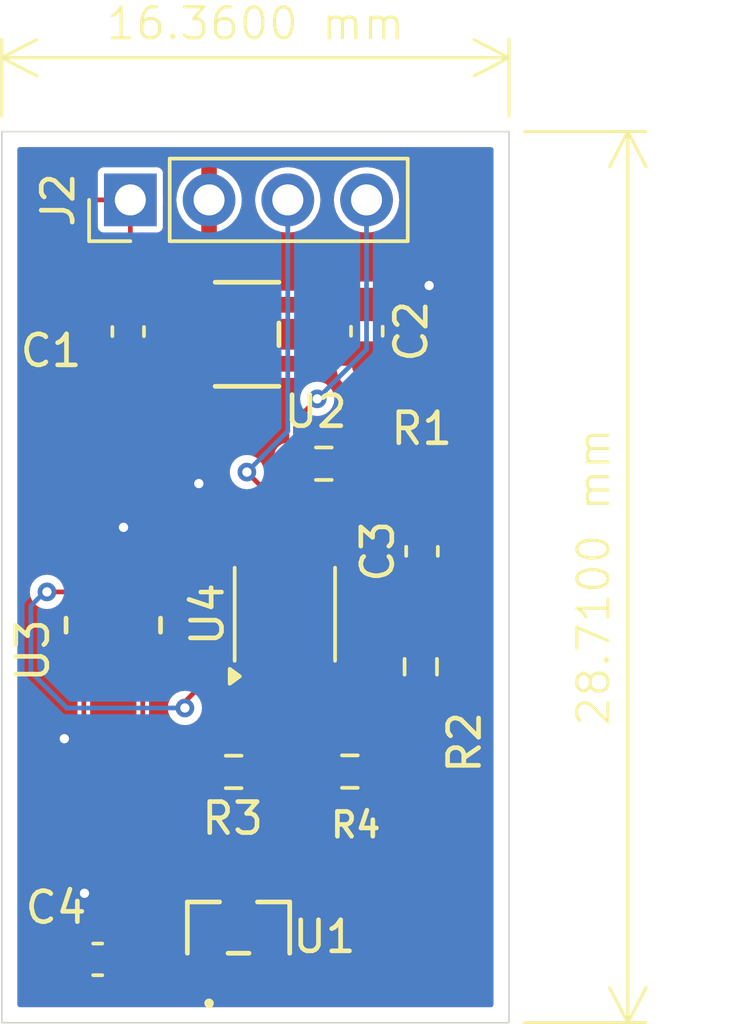
<source format=kicad_pcb>
(kicad_pcb (version 20240108) (generator "pcbnew") (generator_version "8.0")
  (layers (0 "F.Cu" signal) (31 "B.Cu" signal) (34 "B.Paste" user) (35 "F.Paste" user) (36 "B.SilkS" user "B.Silkscreen") (37 "F.SilkS" user "F.Silkscreen") (38 "B.Mask" user) (39 "F.Mask" user) (44 "Edge.Cuts" user))
  (net 0 "")
  (net 1 "GND")
  (net 2 "VDD_3.3V")
  (net 3 "Net-(U4A--)")
  (net 4 "SQ_Pulse")
  (net 5 "Net-(U4A-+)")
  (net 6 "TEMP_OUT")
  (net 8 "Net-(U3-A)")
  (net 9 "VCC")
  (net 10 "LED1")
  (net 11 "LED2")
  (footprint "SN74LVC1G3157DBVR:DBV6" (layer "F.Cu") (at 173.539999 77.3624 90)
    (property "Reference" "U3" (at -0.814998 -2.600001 90) (layer "F.SilkS"))
    (property "Value" "SN74LVC1G3157DCKR")
    (fp_line (start 0.226316 -1.524) (end -0.226316 -1.524) (stroke (width 0.1524)) (layer "F.SilkS"))
    (fp_line (start -0.226316 1.524) (end 0.226316 1.524) (stroke (width 0.1524)) (layer "F.SilkS"))
    (pad "1" smd rect (at -1.1176 -0.950001 90) (size 1.4732 0.5588) (layers "F.Cu" "F.Paste" "F.Mask") (net 2 "VDD_3.3V"))
    (pad "2" smd rect (at -1.1176 0 90) (size 1.4732 0.5588) (layers "F.Cu" "F.Paste" "F.Mask") (net 1 "GND"))
    (pad "3" smd rect (at -1.1176 0.950001 90) (size 1.4732 0.5588) (layers "F.Cu" "F.Paste" "F.Mask") (net 6 "TEMP_OUT"))
    (pad "4" smd rect (at 1.1176 0.950001 90) (size 1.4732 0.5588) (layers "F.Cu" "F.Paste" "F.Mask") (net 8 "Net-(U3-A)"))
    (pad "5" smd rect (at 1.1176 0 90) (size 1.4732 0.5588) (layers "F.Cu" "F.Paste" "F.Mask") (net 2 "VDD_3.3V"))
    (pad "6" smd rect (at 1.1176 -0.950001 90) (size 1.4732 0.5588) (layers "F.Cu" "F.Paste" "F.Mask") (net 4 "SQ_Pulse"))
  )
  (footprint "Capacitor_SMD:C_0603_1608Metric_Pad1.08x0.95mm_HandSolder" (layer "F.Cu") (at 174.02 67.902501 -90)
    (property "Reference" "C1" (at 0.617499 2.49 180) (layer "F.SilkS"))
    (property "Value" "C")
    (fp_line (start -0.146267 0.51) (end 0.146267 0.51) (stroke (width 0.12)) (layer "F.SilkS"))
    (fp_line (start -0.146267 -0.51) (end 0.146267 -0.51) (stroke (width 0.12)) (layer "F.SilkS"))
    (pad "1" smd roundrect (at -0.8625 0 270) (size 1.075 0.95) (layers "F.Cu" "F.Paste" "F.Mask") (net 9 "VCC"))
    (pad "2" smd roundrect (at 0.8625 0 270) (size 1.075 0.95) (layers "F.Cu" "F.Paste" "F.Mask") (net 1 "GND"))
  )
  (footprint "Resistor_SMD:R_0603_1608Metric_Pad0.98x0.95mm_HandSolder" (layer "F.Cu") (at 183.46 78.7025 -90)
    (property "Reference" "R2" (at 2.4375 -1.41 90) (layer "F.SilkS"))
    (property "Value" "R")
    (fp_line (start -0.254724 0.5225) (end 0.254724 0.5225) (stroke (width 0.12)) (layer "F.SilkS"))
    (fp_line (start -0.254724 -0.5225) (end 0.254724 -0.5225) (stroke (width 0.12)) (layer "F.SilkS"))
    (pad "1" smd roundrect (at -0.9125 0 270) (size 0.975 0.95) (layers "F.Cu" "F.Paste" "F.Mask") (net 3 "Net-(U4A--)"))
    (pad "2" smd roundrect (at 0.9125 0 270) (size 0.975 0.95) (layers "F.Cu" "F.Paste" "F.Mask") (net 4 "SQ_Pulse"))
  )
  (footprint "Connector_PinHeader_2.54mm:PinHeader_1x04_P2.54mm_Vertical" (layer "F.Cu") (at 174.09 63.66 90)
    (property "Reference" "J2" (at 0 -2.33 -90) (layer "F.SilkS"))
    (property "Value" "Conn_01x04_Pin")
    (fp_line (start -1.33 -1.33) (end 0 -1.33) (stroke (width 0.12)) (layer "F.SilkS"))
    (fp_line (start -1.33 0) (end -1.33 -1.33) (stroke (width 0.12)) (layer "F.SilkS"))
    (fp_line (start 1.33 1.27) (end 1.33 8.95) (stroke (width 0.12)) (layer "F.SilkS"))
    (fp_line (start -1.33 1.27) (end 1.33 1.27) (stroke (width 0.12)) (layer "F.SilkS"))
    (fp_line (start -1.33 1.27) (end -1.33 8.95) (stroke (width 0.12)) (layer "F.SilkS"))
    (fp_line (start -1.33 8.95) (end 1.33 8.95) (stroke (width 0.12)) (layer "F.SilkS"))
    (pad "1" thru_hole rect (at 0 0 90) (size 1.7 1.7) (drill 1) (layers "*.Cu" "*.Mask") (net 9 "VCC"))
    (pad "2" thru_hole oval (at 0 2.54 90) (size 1.7 1.7) (drill 1) (layers "*.Cu" "*.Mask") (net 1 "GND"))
    (pad "3" thru_hole oval (at 0 5.08 90) (size 1.7 1.7) (drill 1) (layers "*.Cu" "*.Mask") (net 10 "LED1"))
    (pad "4" thru_hole oval (at 0 7.62 90) (size 1.7 1.7) (drill 1) (layers "*.Cu" "*.Mask") (net 11 "LED2"))
  )
  (footprint "MIC5504:SOT-23-5_MC_MCH" (layer "F.Cu") (at 177.8554 67.990001)
    (property "Reference" "U2" (at 2.2146 2.489999 0) (layer "F.SilkS"))
    (property "Value" "MIC5504-3.3YM5-TR")
    (fp_line (start -1.0287 1.6764) (end 1.0287 1.6764) (stroke (width 0.1524)) (layer "F.SilkS"))
    (fp_line (start 1.0287 -1.6764) (end -1.0287 -1.6764) (stroke (width 0.1524)) (layer "F.SilkS"))
    (fp_line (start 1.0287 0.363261) (end 1.0287 -0.363261) (stroke (width 0.1524)) (layer "F.SilkS"))
    (pad "1" smd rect (at -1.2954 -0.950001) (size 1.3208 0.508) (layers "F.Cu" "F.Paste" "F.Mask") (net 9 "VCC"))
    (pad "2" smd rect (at -1.2954 0) (size 1.3208 0.508) (layers "F.Cu" "F.Paste" "F.Mask") (net 1 "GND"))
    (pad "3" smd rect (at -1.2954 0.950001) (size 1.3208 0.508) (layers "F.Cu" "F.Paste" "F.Mask") (net 9 "VCC"))
    (pad "4" smd rect (at 1.2954 0.950001) (size 1.3208 0.508) (layers "F.Cu" "F.Paste" "F.Mask"))
    (pad "5" smd rect (at 1.2954 -0.950001) (size 1.3208 0.508) (layers "F.Cu" "F.Paste" "F.Mask") (net 2 "VDD_3.3V"))
  )
  (footprint "Resistor_SMD:R_0603_1608Metric_Pad0.98x0.95mm_HandSolder" (layer "F.Cu") (at 177.4225 82.09 180)
    (property "Reference" "R3" (at 0.0325 -1.5 180) (layer "F.SilkS"))
    (property "Value" "R")
    (fp_line (start -0.254724 0.5225) (end 0.254724 0.5225) (stroke (width 0.12)) (layer "F.SilkS"))
    (fp_line (start -0.254724 -0.5225) (end 0.254724 -0.5225) (stroke (width 0.12)) (layer "F.SilkS"))
    (pad "1" smd roundrect (at -0.9125 0 180) (size 0.975 0.95) (layers "F.Cu" "F.Paste" "F.Mask") (net 5 "Net-(U4A-+)"))
    (pad "2" smd roundrect (at 0.9125 0 180) (size 0.975 0.95) (layers "F.Cu" "F.Paste" "F.Mask") (net 4 "SQ_Pulse"))
  )
  (footprint "Resistor_SMD:R_0603_1608Metric_Pad0.98x0.95mm_HandSolder" (layer "F.Cu") (at 181.1725 82.08 180)
    (property "Reference" "R4" (at -0.1875 -1.72 180) (layer "F.SilkS") (effects (font (size 0.8 0.8))))
    (property "Value" "R")
    (fp_line (start -0.254724 0.5225) (end 0.254724 0.5225) (stroke (width 0.12)) (layer "F.SilkS"))
    (fp_line (start -0.254724 -0.5225) (end 0.254724 -0.5225) (stroke (width 0.12)) (layer "F.SilkS"))
    (pad "1" smd roundrect (at -0.9125 0 180) (size 0.975 0.95) (layers "F.Cu" "F.Paste" "F.Mask") (net 1 "GND"))
    (pad "2" smd roundrect (at 0.9125 0 180) (size 0.975 0.95) (layers "F.Cu" "F.Paste" "F.Mask") (net 5 "Net-(U4A-+)"))
  )
  (footprint "Capacitor_SMD:C_0603_1608Metric_Pad1.08x0.95mm_HandSolder" (layer "F.Cu") (at 183.5 74.9825 90)
    (property "Reference" "C3" (at 0 -1.43 -90) (layer "F.SilkS"))
    (property "Value" "C")
    (fp_line (start -0.146267 -0.51) (end 0.146267 -0.51) (stroke (width 0.12)) (layer "F.SilkS"))
    (fp_line (start -0.146267 0.51) (end 0.146267 0.51) (stroke (width 0.12)) (layer "F.SilkS"))
    (pad "1" smd roundrect (at -0.8625 0 90) (size 1.075 0.95) (layers "F.Cu" "F.Paste" "F.Mask") (net 3 "Net-(U4A--)"))
    (pad "2" smd roundrect (at 0.8625 0 90) (size 1.075 0.95) (layers "F.Cu" "F.Paste" "F.Mask") (net 1 "GND"))
  )
  (footprint "Capacitor_SMD:C_0603_1608Metric_Pad1.08x0.95mm_HandSolder" (layer "F.Cu") (at 181.72 67.892501 -90)
    (property "Reference" "C2" (at 0 -1.43 90) (layer "F.SilkS"))
    (property "Value" "C")
    (fp_line (start -0.146267 0.51) (end 0.146267 0.51) (stroke (width 0.12)) (layer "F.SilkS"))
    (fp_line (start -0.146267 -0.51) (end 0.146267 -0.51) (stroke (width 0.12)) (layer "F.SilkS"))
    (pad "1" smd roundrect (at -0.8625 0 270) (size 1.075 0.95) (layers "F.Cu" "F.Paste" "F.Mask") (net 2 "VDD_3.3V"))
    (pad "2" smd roundrect (at 0.8625 0 270) (size 1.075 0.95) (layers "F.Cu" "F.Paste" "F.Mask") (net 1 "GND"))
  )
  (footprint "Capacitor_SMD:C_0603_1608Metric_Pad1.08x0.95mm_HandSolder" (layer "F.Cu") (at 173.0375 88.13 180)
    (property "Reference" "C4" (at 1.3475 1.67 180) (layer "F.SilkS"))
    (property "Value" "C")
    (fp_line (start -0.146267 0.51) (end 0.146267 0.51) (stroke (width 0.12)) (layer "F.SilkS"))
    (fp_line (start -0.146267 -0.51) (end 0.146267 -0.51) (stroke (width 0.12)) (layer "F.SilkS"))
    (pad "1" smd roundrect (at -0.8625 0 180) (size 1.075 0.95) (layers "F.Cu" "F.Paste" "F.Mask") (net 2 "VDD_3.3V"))
    (pad "2" smd roundrect (at 0.8625 0 180) (size 1.075 0.95) (layers "F.Cu" "F.Paste" "F.Mask") (net 1 "GND"))
  )
  (footprint "TMP235:SOT-23_DBZ_TEX" (layer "F.Cu") (at 177.58 87.106)
    (property "Reference" "U1" (at 2.77 0.294 0) (layer "F.SilkS"))
    (property "Value" "TMP235AEDBZRQ1")
    (fp_line (start -1.651 -0.8255) (end -1.651 0.8255) (stroke (width 0.1524)) (layer "F.SilkS"))
    (fp_line (start -0.61214 -0.8255) (end -1.651 -0.8255) (stroke (width 0.1524)) (layer "F.SilkS"))
    (fp_line (start -0.33782 0.8255) (end 0.33782 0.8255) (stroke (width 0.1524)) (layer "F.SilkS"))
    (fp_line (start 1.651 -0.8255) (end 0.61214 -0.8255) (stroke (width 0.1524)) (layer "F.SilkS"))
    (fp_line (start 1.651 0.8255) (end 1.651 -0.8255) (stroke (width 0.1524)) (layer "F.SilkS"))
    (fp_circle (center -0.94996 2.4384) (end -0.87376 2.4384) (stroke (width 0.1524)) (fill none) (layer "F.SilkS"))
    (pad "1" smd rect (at -0.94996 1.016) (size 0.5588 1.3208) (layers "F.Cu" "F.Paste" "F.Mask") (net 2 "VDD_3.3V"))
    (pad "2" smd rect (at 0.94996 1.016) (size 0.5588 1.3208) (layers "F.Cu" "F.Paste" "F.Mask") (net 6 "TEMP_OUT"))
    (pad "3" smd rect (at 0 -1.016) (size 0.5588 1.3208) (layers "F.Cu" "F.Paste" "F.Mask") (net 1 "GND"))
  )
  (footprint "Resistor_SMD:R_0603_1608Metric_Pad0.98x0.95mm_HandSolder" (layer "F.Cu") (at 180.3325 72.16 180)
    (property "Reference" "R1" (at -3.1575 1.13 180) (layer "F.SilkS"))
    (property "Value" "R")
    (fp_line (start -0.254724 0.5225) (end 0.254724 0.5225) (stroke (width 0.12)) (layer "F.SilkS"))
    (fp_line (start -0.254724 -0.5225) (end 0.254724 -0.5225) (stroke (width 0.12)) (layer "F.SilkS"))
    (pad "1" smd roundrect (at -0.9125 0 180) (size 0.975 0.95) (layers "F.Cu" "F.Paste" "F.Mask") (net 1 "GND"))
    (pad "2" smd roundrect (at 0.9125 0 180) (size 0.975 0.95) (layers "F.Cu" "F.Paste" "F.Mask") (net 11 "LED2"))
  )
  (footprint "Package_SO:VSSOP-8_3.0x3.0mm_P0.65mm" (layer "F.Cu") (at 179.075 77.01 90)
    (property "Reference" "U4" (at 0 -2.5 -90) (layer "F.SilkS"))
    (property "Value" "LPV812DGK")
    (fp_line (start 1.5 -1.62) (end -1.5 -1.62) (stroke (width 0.12)) (layer "F.SilkS"))
    (fp_line (start 1.5 1.62) (end -1.5 1.62) (stroke (width 0.12)) (layer "F.SilkS"))
    (fp_poly (pts (xy -2 -1.45) (xy -2.24 -1.78) (xy -1.76 -1.78) (xy -2 -1.45)) (stroke (width 0.12)) (fill solid) (layer "F.SilkS"))
    (pad "1" smd rect (at -2.2 -0.975) (size 0.45 1.45) (layers "F.Cu" "F.Paste" "F.Mask") (net 4 "SQ_Pulse"))
    (pad "2" smd rect (at -2.2 -0.325) (size 0.45 1.45) (layers "F.Cu" "F.Paste" "F.Mask") (net 3 "Net-(U4A--)"))
    (pad "3" smd rect (at -2.2 0.325) (size 0.45 1.45) (layers "F.Cu" "F.Paste" "F.Mask") (net 5 "Net-(U4A-+)"))
    (pad "4" smd rect (at -2.2 0.975) (size 0.45 1.45) (layers "F.Cu" "F.Paste" "F.Mask") (net 1 "GND"))
    (pad "5" smd rect (at 2.2 0.975) (size 0.45 1.45) (layers "F.Cu" "F.Paste" "F.Mask") (net 8 "Net-(U3-A)"))
    (pad "6" smd rect (at 2.2 0.325) (size 0.45 1.45) (layers "F.Cu" "F.Paste" "F.Mask") (net 11 "LED2"))
    (pad "7" smd rect (at 2.2 -0.325) (size 0.45 1.45) (layers "F.Cu" "F.Paste" "F.Mask") (net 10 "LED1"))
    (pad "8" smd rect (at 2.2 -0.975) (size 0.45 1.45) (layers "F.Cu" "F.Paste" "F.Mask") (net 2 "VDD_3.3V"))
  )
  (gr_rect (start 169.945 61.46) (end 186.305 90.17) (stroke (width 0.05)) (fill none) (layer "Edge.Cuts"))
  (dimension (type aligned) (layer "F.SilkS") (pts (xy 186.305 61.46) (xy 186.305 90.17)) (height -3.835) (gr_text "28.7100 mm" (at 189.04 75.815 90) (layer "F.SilkS") (effects (font (size 1 1) (thickness 0.1)))) (format (prefix "") (suffix "") (units 3) (units_format 1) (precision 4)) (style (thickness 0.1) (arrow_length 1.27) (text_position_mode 0) (extension_height 0.58642) (extension_offset 0.5) keep_text_aligned))
  (dimension (type aligned) (layer "F.SilkS") (pts (xy 169.945 61.46) (xy 186.305 61.46)) (height -2.38) (gr_text "16.3600 mm" (at 178.125 57.98 0) (layer "F.SilkS") (effects (font (size 1 1) (thickness 0.1)))) (format (prefix "") (suffix "") (units 3) (units_format 1) (precision 4)) (style (thickness 0.1) (arrow_length 1.27) (text_position_mode 0) (extension_height 0.58642) (extension_offset 0.5) keep_text_aligned))
  (segment (start 173.539999 84.709999) (end 174.92 86.09) (width 0.1524) (layer "F.Cu") (net 1))
  (segment (start 174.92 86.09) (end 177.58 86.09) (width 0.1524) (layer "F.Cu") (net 1))
  (segment (start 173.539999 78.48) (end 173.539999 84.709999) (width 0.1524) (layer "F.Cu") (net 1))
  (segment (start 178.1 74.04) (end 178.1 74.81) (width 0.1524) (layer "F.Cu") (net 2))
  (segment (start 173.908 88.122) (end 173.9 88.13) (width 0.2) (layer "F.Cu") (net 2))
  (segment (start 172.589998 80.390002) (end 171.96 81.02) (width 0.1524) (layer "F.Cu") (net 2))
  (segment (start 173.539999 76.2448) (end 173.539999 74.540001) (width 0.1524) (layer "F.Cu") (net 2))
  (segment (start 173.9 88.13) (end 173.9 87.29) (width 0.2) (layer "F.Cu") (net 2))
  (segment (start 179.1508 67.04) (end 181.710001 67.04) (width 0.1524) (layer "F.Cu") (net 2))
  (segment (start 172.589998 78.48) (end 172.589998 80.390002) (width 0.1524) (layer "F.Cu") (net 2))
  (segment (start 181.710001 67.04) (end 181.72 67.030001) (width 0.1524) (layer "F.Cu") (net 2))
  (segment (start 183.119999 67.030001) (end 183.73 66.42) (width 0.1524) (layer "F.Cu") (net 2))
  (segment (start 173.9 87.29) (end 172.61 86) (width 0.2) (layer "F.Cu") (net 2))
  (segment (start 176.86 72.8) (end 178.1 74.04) (width 0.1524) (layer "F.Cu") (net 2))
  (segment (start 176.63004 88.122) (end 173.908 88.122) (width 0.2) (layer "F.Cu") (net 2))
  (segment (start 176.3 72.8) (end 176.86 72.8) (width 0.1524) (layer "F.Cu") (net 2))
  (segment (start 173.539999 74.540001) (end 173.87 74.21) (width 0.1524) (layer "F.Cu") (net 2))
  (segment (start 181.72 67.030001) (end 183.119999 67.030001) (width 0.1524) (layer "F.Cu") (net 2))
  (via (at 183.73 66.42) (size 0.6) (drill 0.3) (layers "F.Cu" "B.Cu") (net 2))
  (via (at 172.61 86) (size 0.6) (drill 0.3) (layers "F.Cu" "B.Cu") (net 2))
  (via (at 176.3 72.8) (size 0.6) (drill 0.3) (layers "F.Cu" "B.Cu") (net 2))
  (via (at 173.87 74.21) (size 0.6) (drill 0.3) (layers "F.Cu" "B.Cu") (net 2))
  (via (at 171.96 81.02) (size 0.6) (drill 0.3) (layers "F.Cu" "B.Cu") (net 2))
  (segment (start 183.46 75.885) (end 183.5 75.845) (width 0.1524) (layer "F.Cu") (net 3))
  (segment (start 183.46 77.79) (end 183.46 75.885) (width 0.1524) (layer "F.Cu") (net 3))
  (segment (start 178.75 79.21) (end 178.75 78.15) (width 0.1524) (layer "F.Cu") (net 3))
  (segment (start 182.925 75.845) (end 183.5 75.845) (width 0.1524) (layer "F.Cu") (net 3))
  (segment (start 178.75 78.15) (end 179.39 77.51) (width 0.1524) (layer "F.Cu") (net 3))
  (segment (start 181.26 77.51) (end 182.925 75.845) (width 0.1524) (layer "F.Cu") (net 3))
  (segment (start 179.39 77.51) (end 181.26 77.51) (width 0.1524) (layer "F.Cu") (net 3))
  (segment (start 177.06 80.71) (end 177.91 80.71) (width 0.1524) (layer "F.Cu") (net 4))
  (segment (start 176.47 79.21) (end 175.85 79.83) (width 0.1524) (layer "F.Cu") (net 4))
  (segment (start 177.91 80.71) (end 178.1 80.52) (width 0.1524) (layer "F.Cu") (net 4))
  (segment (start 172.544798 76.29) (end 172.589998 76.2448) (width 0.1524) (layer "F.Cu") (net 4))
  (segment (start 178.1 80.52) (end 178.1 79.21) (width 0.1524) (layer "F.Cu") (net 4))
  (segment (start 183.46 83.15) (end 182.49 84.12) (width 0.1524) (layer "F.Cu") (net 4))
  (segment (start 176.51 82.91) (end 176.51 82.09) (width 0.1524) (layer "F.Cu") (net 4))
  (segment (start 176.66 79.21) (end 178.1 79.21) (width 0.1524) (layer "F.Cu") (net 4))
  (segment (start 171.4 76.29) (end 172.544798 76.29) (width 0.1524) (layer "F.Cu") (net 4))
  (segment (start 176.66 79.21) (end 176.47 79.21) (width 0.1524) (layer "F.Cu") (net 4))
  (segment (start 176.51 81.26) (end 177.06 80.71) (width 0.1524) (layer "F.Cu") (net 4))
  (segment (start 176.51 82.09) (end 176.51 81.26) (width 0.1524) (layer "F.Cu") (net 4))
  (segment (start 182.49 84.12) (end 177.72 84.12) (width 0.1524) (layer "F.Cu") (net 4))
  (segment (start 183.46 79.615) (end 183.46 83.15) (width 0.1524) (layer "F.Cu") (net 4))
  (segment (start 177.72 84.12) (end 176.51 82.91) (width 0.1524) (layer "F.Cu") (net 4))
  (segment (start 175.85 79.83) (end 175.85 80.03) (width 0.1524) (layer "F.Cu") (net 4))
  (via (at 171.4 76.29) (size 0.6) (drill 0.3) (layers "F.Cu" "B.Cu") (net 4))
  (via (at 175.85 80.03) (size 0.6) (drill 0.3) (layers "F.Cu" "B.Cu") (net 4))
  (segment (start 172.04 80.03) (end 170.88 78.87) (width 0.1524) (layer "B.Cu") (net 4))
  (segment (start 170.88 76.74) (end 170.89 76.73) (width 0.1524) (layer "B.Cu") (net 4))
  (segment (start 171.33 76.29) (end 171.4 76.29) (width 0.1524) (layer "B.Cu") (net 4))
  (segment (start 170.88 78.87) (end 170.88 76.74) (width 0.1524) (layer "B.Cu") (net 4))
  (segment (start 170.89 76.73) (end 171.33 76.29) (width 0.1524) (layer "B.Cu") (net 4))
  (segment (start 175.85 80.03) (end 172.04 80.03) (width 0.1524) (layer "B.Cu") (net 4))
  (segment (start 180.25 82.09) (end 180.26 82.08) (width 0.1524) (layer "F.Cu") (net 5))
  (segment (start 178.335 81.345) (end 179.4 80.28) (width 0.1524) (layer "F.Cu") (net 5))
  (segment (start 179.4 80.28) (end 179.4 79.21) (width 0.1524) (layer "F.Cu") (net 5))
  (segment (start 178.335 82.09) (end 180.25 82.09) (width 0.1524) (layer "F.Cu") (net 5))
  (segment (start 178.335 82.09) (end 178.335 81.345) (width 0.1524) (layer "F.Cu") (net 5))
  (segment (start 179.398 88.122) (end 180.21 87.31) (width 0.1524) (layer "F.Cu") (net 6))
  (segment (start 180.21 85.51) (end 179.41 84.71) (width 0.1524) (layer "F.Cu") (net 6))
  (segment (start 179.41 84.71) (end 176.23 84.71) (width 0.1524) (layer "F.Cu") (net 6))
  (segment (start 178.52996 88.122) (end 178.60996 88.042) (width 0.1524) (layer "F.Cu") (net 6))
  (segment (start 180.21 87.31) (end 180.21 85.51) (width 0.1524) (layer "F.Cu") (net 6))
  (segment (start 176.23 84.71) (end 174.49 82.97) (width 0.1524) (layer "F.Cu") (net 6))
  (segment (start 178.52996 88.122) (end 179.398 88.122) (width 0.1524) (layer "F.Cu") (net 6))
  (segment (start 174.49 82.97) (end 174.49 78.48) (width 0.1524) (layer "F.Cu") (net 6))
  (segment (start 180.05 75.6874) (end 180.05 74.81) (width 0.1524) (layer "F.Cu") (net 8))
  (segment (start 179.4926 76.2448) (end 180.05 75.6874) (width 0.1524) (layer "F.Cu") (net 8))
  (segment (start 174.49 76.2448) (end 179.4926 76.2448) (width 0.1524) (layer "F.Cu") (net 8))
  (segment (start 174.02 67.040001) (end 176.56 67.04) (width 0.1524) (layer "F.Cu") (net 9))
  (segment (start 174.02 66.93) (end 174.09 66.86) (width 0.1524) (layer "F.Cu") (net 9))
  (segment (start 171.77 64.8) (end 172.91 63.66) (width 0.1524) (layer "F.Cu") (net 9))
  (segment (start 173.39 71.2) (end 171.77 69.58) (width 0.1524) (layer "F.Cu") (net 9))
  (segment (start 176.56 69.92) (end 175.28 71.2) (width 0.1524) (layer "F.Cu") (net 9))
  (segment (start 172.91 63.66) (end 174.09 63.66) (width 0.1524) (layer "F.Cu") (net 9))
  (segment (start 176.56 68.940002) (end 176.56 69.92) (width 0.1524) (layer "F.Cu") (net 9))
  (segment (start 174.09 66.86) (end 174.09 63.66) (width 0.1524) (layer "F.Cu") (net 9))
  (segment (start 171.77 69.58) (end 171.77 64.8) (width 0.1524) (layer "F.Cu") (net 9))
  (segment (start 174.02 67.040001) (end 174.02 66.93) (width 0.1524) (layer "F.Cu") (net 9))
  (segment (start 175.28 71.2) (end 173.39 71.2) (width 0.1524) (layer "F.Cu") (net 9))
  (segment (start 178.75 73.33) (end 177.85 72.43) (width 0.1524) (layer "F.Cu") (net 10))
  (segment (start 178.75 74.81) (end 178.75 73.33) (width 0.1524) (layer "F.Cu") (net 10))
  (via (at 177.85 72.43) (size 0.6) (drill 0.3) (layers "F.Cu" "B.Cu") (net 10))
  (segment (start 179.17 71.11) (end 179.17 63.66) (width 0.1524) (layer "B.Cu") (net 10))
  (segment (start 177.85 72.43) (end 179.17 71.11) (width 0.1524) (layer "B.Cu") (net 10))
  (segment (start 179.4 74.81) (end 179.4 72.18) (width 0.1524) (layer "F.Cu") (net 11))
  (segment (start 179.4 72.18) (end 179.42 72.16) (width 0.1524) (layer "F.Cu") (net 11))
  (segment (start 179.42 70.77) (end 180.12 70.07) (width 0.1524) (layer "F.Cu") (net 11))
  (segment (start 179.42 72.16) (end 179.42 70.77) (width 0.1524) (layer "F.Cu") (net 11))
  (via (at 180.12 70.07) (size 0.6) (drill 0.3) (layers "F.Cu" "B.Cu") (net 11))
  (segment (start 181.71 68.48) (end 181.71 63.66) (width 0.1524) (layer "B.Cu") (net 11))
  (segment (start 180.12 70.07) (end 181.71 68.48) (width 0.1524) (layer "B.Cu") (net 11))
  (zone (net 1) (net_name "GND") (layer "F.Cu") (connect_pads (clearance 0.1524)) (min_thickness 0.1524) (fill yes (thermal_gap 0.5) (thermal_bridge_width 0.5))
    (polygon (pts (xy 170.03 61.52) (xy 186.25 61.53) (xy 186.23 90.13) (xy 170.06 90.09) (xy 170.03 61.7)))
  )
  (zone (net 2) (net_name "VDD_3.3V") (layer "B.Cu") (priority 1) (connect_pads (clearance 0.1524)) (min_thickness 0.1524) (fill yes (thermal_gap 0.5) (thermal_bridge_width 0.5))
    (polygon (pts (xy 170.03 61.52) (xy 186.24 61.54) (xy 186.24 90.12) (xy 170.1 90.1) (xy 170.03 61.67)))
  )
)
</source>
